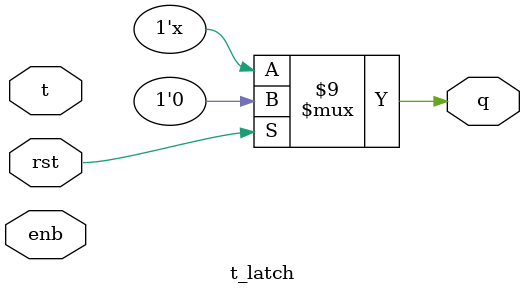
<source format=v>
module t_latch(t,enb,rst,q);
input t;
  input enb;
  input rst;
output reg q;

  always@(t or rst or enb)
	begin
      if(rst)
         q <= 0;
      else begin
        if(enb)
        begin
        case(t)
		1'b0 : q<=q;
        1'b1 : q<=~q; 
        endcase
        end
        else
        q<=q;
      end
     
	end
endmodule

</source>
